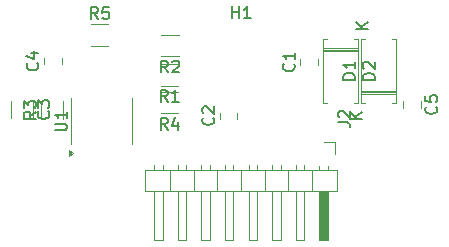
<source format=gbr>
%TF.GenerationSoftware,KiCad,Pcbnew,9.0.4*%
%TF.CreationDate,2025-11-18T22:26:02-03:00*%
%TF.ProjectId,MXRpedal,4d585270-6564-4616-9c2e-6b696361645f,rev?*%
%TF.SameCoordinates,Original*%
%TF.FileFunction,Legend,Top*%
%TF.FilePolarity,Positive*%
%FSLAX46Y46*%
G04 Gerber Fmt 4.6, Leading zero omitted, Abs format (unit mm)*
G04 Created by KiCad (PCBNEW 9.0.4) date 2025-11-18 22:26:02*
%MOMM*%
%LPD*%
G01*
G04 APERTURE LIST*
%ADD10C,0.150000*%
%ADD11C,0.120000*%
G04 APERTURE END LIST*
D10*
X117159819Y-83188094D02*
X116159819Y-83188094D01*
X116159819Y-83188094D02*
X116159819Y-82949999D01*
X116159819Y-82949999D02*
X116207438Y-82807142D01*
X116207438Y-82807142D02*
X116302676Y-82711904D01*
X116302676Y-82711904D02*
X116397914Y-82664285D01*
X116397914Y-82664285D02*
X116588390Y-82616666D01*
X116588390Y-82616666D02*
X116731247Y-82616666D01*
X116731247Y-82616666D02*
X116921723Y-82664285D01*
X116921723Y-82664285D02*
X117016961Y-82711904D01*
X117016961Y-82711904D02*
X117112200Y-82807142D01*
X117112200Y-82807142D02*
X117159819Y-82949999D01*
X117159819Y-82949999D02*
X117159819Y-83188094D01*
X117159819Y-81664285D02*
X117159819Y-82235713D01*
X117159819Y-81949999D02*
X116159819Y-81949999D01*
X116159819Y-81949999D02*
X116302676Y-82045237D01*
X116302676Y-82045237D02*
X116397914Y-82140475D01*
X116397914Y-82140475D02*
X116445533Y-82235713D01*
X117729819Y-86521904D02*
X116729819Y-86521904D01*
X117729819Y-85950476D02*
X117158390Y-86379047D01*
X116729819Y-85950476D02*
X117301247Y-86521904D01*
X90124819Y-85929166D02*
X89648628Y-86262499D01*
X90124819Y-86500594D02*
X89124819Y-86500594D01*
X89124819Y-86500594D02*
X89124819Y-86119642D01*
X89124819Y-86119642D02*
X89172438Y-86024404D01*
X89172438Y-86024404D02*
X89220057Y-85976785D01*
X89220057Y-85976785D02*
X89315295Y-85929166D01*
X89315295Y-85929166D02*
X89458152Y-85929166D01*
X89458152Y-85929166D02*
X89553390Y-85976785D01*
X89553390Y-85976785D02*
X89601009Y-86024404D01*
X89601009Y-86024404D02*
X89648628Y-86119642D01*
X89648628Y-86119642D02*
X89648628Y-86500594D01*
X89124819Y-85595832D02*
X89124819Y-84976785D01*
X89124819Y-84976785D02*
X89505771Y-85310118D01*
X89505771Y-85310118D02*
X89505771Y-85167261D01*
X89505771Y-85167261D02*
X89553390Y-85072023D01*
X89553390Y-85072023D02*
X89601009Y-85024404D01*
X89601009Y-85024404D02*
X89696247Y-84976785D01*
X89696247Y-84976785D02*
X89934342Y-84976785D01*
X89934342Y-84976785D02*
X90029580Y-85024404D01*
X90029580Y-85024404D02*
X90077200Y-85072023D01*
X90077200Y-85072023D02*
X90124819Y-85167261D01*
X90124819Y-85167261D02*
X90124819Y-85452975D01*
X90124819Y-85452975D02*
X90077200Y-85548213D01*
X90077200Y-85548213D02*
X90029580Y-85595832D01*
X115739819Y-86818333D02*
X116454104Y-86818333D01*
X116454104Y-86818333D02*
X116596961Y-86865952D01*
X116596961Y-86865952D02*
X116692200Y-86961190D01*
X116692200Y-86961190D02*
X116739819Y-87104047D01*
X116739819Y-87104047D02*
X116739819Y-87199285D01*
X115835057Y-86389761D02*
X115787438Y-86342142D01*
X115787438Y-86342142D02*
X115739819Y-86246904D01*
X115739819Y-86246904D02*
X115739819Y-86008809D01*
X115739819Y-86008809D02*
X115787438Y-85913571D01*
X115787438Y-85913571D02*
X115835057Y-85865952D01*
X115835057Y-85865952D02*
X115930295Y-85818333D01*
X115930295Y-85818333D02*
X116025533Y-85818333D01*
X116025533Y-85818333D02*
X116168390Y-85865952D01*
X116168390Y-85865952D02*
X116739819Y-86437380D01*
X116739819Y-86437380D02*
X116739819Y-85818333D01*
X101283333Y-85084819D02*
X100950000Y-84608628D01*
X100711905Y-85084819D02*
X100711905Y-84084819D01*
X100711905Y-84084819D02*
X101092857Y-84084819D01*
X101092857Y-84084819D02*
X101188095Y-84132438D01*
X101188095Y-84132438D02*
X101235714Y-84180057D01*
X101235714Y-84180057D02*
X101283333Y-84275295D01*
X101283333Y-84275295D02*
X101283333Y-84418152D01*
X101283333Y-84418152D02*
X101235714Y-84513390D01*
X101235714Y-84513390D02*
X101188095Y-84561009D01*
X101188095Y-84561009D02*
X101092857Y-84608628D01*
X101092857Y-84608628D02*
X100711905Y-84608628D01*
X102235714Y-85084819D02*
X101664286Y-85084819D01*
X101950000Y-85084819D02*
X101950000Y-84084819D01*
X101950000Y-84084819D02*
X101854762Y-84227676D01*
X101854762Y-84227676D02*
X101759524Y-84322914D01*
X101759524Y-84322914D02*
X101664286Y-84370533D01*
X105129580Y-86416666D02*
X105177200Y-86464285D01*
X105177200Y-86464285D02*
X105224819Y-86607142D01*
X105224819Y-86607142D02*
X105224819Y-86702380D01*
X105224819Y-86702380D02*
X105177200Y-86845237D01*
X105177200Y-86845237D02*
X105081961Y-86940475D01*
X105081961Y-86940475D02*
X104986723Y-86988094D01*
X104986723Y-86988094D02*
X104796247Y-87035713D01*
X104796247Y-87035713D02*
X104653390Y-87035713D01*
X104653390Y-87035713D02*
X104462914Y-86988094D01*
X104462914Y-86988094D02*
X104367676Y-86940475D01*
X104367676Y-86940475D02*
X104272438Y-86845237D01*
X104272438Y-86845237D02*
X104224819Y-86702380D01*
X104224819Y-86702380D02*
X104224819Y-86607142D01*
X104224819Y-86607142D02*
X104272438Y-86464285D01*
X104272438Y-86464285D02*
X104320057Y-86416666D01*
X104320057Y-86035713D02*
X104272438Y-85988094D01*
X104272438Y-85988094D02*
X104224819Y-85892856D01*
X104224819Y-85892856D02*
X104224819Y-85654761D01*
X104224819Y-85654761D02*
X104272438Y-85559523D01*
X104272438Y-85559523D02*
X104320057Y-85511904D01*
X104320057Y-85511904D02*
X104415295Y-85464285D01*
X104415295Y-85464285D02*
X104510533Y-85464285D01*
X104510533Y-85464285D02*
X104653390Y-85511904D01*
X104653390Y-85511904D02*
X105224819Y-86083332D01*
X105224819Y-86083332D02*
X105224819Y-85464285D01*
X90254580Y-81791666D02*
X90302200Y-81839285D01*
X90302200Y-81839285D02*
X90349819Y-81982142D01*
X90349819Y-81982142D02*
X90349819Y-82077380D01*
X90349819Y-82077380D02*
X90302200Y-82220237D01*
X90302200Y-82220237D02*
X90206961Y-82315475D01*
X90206961Y-82315475D02*
X90111723Y-82363094D01*
X90111723Y-82363094D02*
X89921247Y-82410713D01*
X89921247Y-82410713D02*
X89778390Y-82410713D01*
X89778390Y-82410713D02*
X89587914Y-82363094D01*
X89587914Y-82363094D02*
X89492676Y-82315475D01*
X89492676Y-82315475D02*
X89397438Y-82220237D01*
X89397438Y-82220237D02*
X89349819Y-82077380D01*
X89349819Y-82077380D02*
X89349819Y-81982142D01*
X89349819Y-81982142D02*
X89397438Y-81839285D01*
X89397438Y-81839285D02*
X89445057Y-81791666D01*
X89683152Y-80934523D02*
X90349819Y-80934523D01*
X89302200Y-81172618D02*
X90016485Y-81410713D01*
X90016485Y-81410713D02*
X90016485Y-80791666D01*
X91184580Y-85891666D02*
X91232200Y-85939285D01*
X91232200Y-85939285D02*
X91279819Y-86082142D01*
X91279819Y-86082142D02*
X91279819Y-86177380D01*
X91279819Y-86177380D02*
X91232200Y-86320237D01*
X91232200Y-86320237D02*
X91136961Y-86415475D01*
X91136961Y-86415475D02*
X91041723Y-86463094D01*
X91041723Y-86463094D02*
X90851247Y-86510713D01*
X90851247Y-86510713D02*
X90708390Y-86510713D01*
X90708390Y-86510713D02*
X90517914Y-86463094D01*
X90517914Y-86463094D02*
X90422676Y-86415475D01*
X90422676Y-86415475D02*
X90327438Y-86320237D01*
X90327438Y-86320237D02*
X90279819Y-86177380D01*
X90279819Y-86177380D02*
X90279819Y-86082142D01*
X90279819Y-86082142D02*
X90327438Y-85939285D01*
X90327438Y-85939285D02*
X90375057Y-85891666D01*
X90279819Y-85558332D02*
X90279819Y-84939285D01*
X90279819Y-84939285D02*
X90660771Y-85272618D01*
X90660771Y-85272618D02*
X90660771Y-85129761D01*
X90660771Y-85129761D02*
X90708390Y-85034523D01*
X90708390Y-85034523D02*
X90756009Y-84986904D01*
X90756009Y-84986904D02*
X90851247Y-84939285D01*
X90851247Y-84939285D02*
X91089342Y-84939285D01*
X91089342Y-84939285D02*
X91184580Y-84986904D01*
X91184580Y-84986904D02*
X91232200Y-85034523D01*
X91232200Y-85034523D02*
X91279819Y-85129761D01*
X91279819Y-85129761D02*
X91279819Y-85415475D01*
X91279819Y-85415475D02*
X91232200Y-85510713D01*
X91232200Y-85510713D02*
X91184580Y-85558332D01*
X111954580Y-81866666D02*
X112002200Y-81914285D01*
X112002200Y-81914285D02*
X112049819Y-82057142D01*
X112049819Y-82057142D02*
X112049819Y-82152380D01*
X112049819Y-82152380D02*
X112002200Y-82295237D01*
X112002200Y-82295237D02*
X111906961Y-82390475D01*
X111906961Y-82390475D02*
X111811723Y-82438094D01*
X111811723Y-82438094D02*
X111621247Y-82485713D01*
X111621247Y-82485713D02*
X111478390Y-82485713D01*
X111478390Y-82485713D02*
X111287914Y-82438094D01*
X111287914Y-82438094D02*
X111192676Y-82390475D01*
X111192676Y-82390475D02*
X111097438Y-82295237D01*
X111097438Y-82295237D02*
X111049819Y-82152380D01*
X111049819Y-82152380D02*
X111049819Y-82057142D01*
X111049819Y-82057142D02*
X111097438Y-81914285D01*
X111097438Y-81914285D02*
X111145057Y-81866666D01*
X112049819Y-80914285D02*
X112049819Y-81485713D01*
X112049819Y-81199999D02*
X111049819Y-81199999D01*
X111049819Y-81199999D02*
X111192676Y-81295237D01*
X111192676Y-81295237D02*
X111287914Y-81390475D01*
X111287914Y-81390475D02*
X111335533Y-81485713D01*
X101283333Y-87434819D02*
X100950000Y-86958628D01*
X100711905Y-87434819D02*
X100711905Y-86434819D01*
X100711905Y-86434819D02*
X101092857Y-86434819D01*
X101092857Y-86434819D02*
X101188095Y-86482438D01*
X101188095Y-86482438D02*
X101235714Y-86530057D01*
X101235714Y-86530057D02*
X101283333Y-86625295D01*
X101283333Y-86625295D02*
X101283333Y-86768152D01*
X101283333Y-86768152D02*
X101235714Y-86863390D01*
X101235714Y-86863390D02*
X101188095Y-86911009D01*
X101188095Y-86911009D02*
X101092857Y-86958628D01*
X101092857Y-86958628D02*
X100711905Y-86958628D01*
X102140476Y-86768152D02*
X102140476Y-87434819D01*
X101902381Y-86387200D02*
X101664286Y-87101485D01*
X101664286Y-87101485D02*
X102283333Y-87101485D01*
X91764819Y-87486904D02*
X92574342Y-87486904D01*
X92574342Y-87486904D02*
X92669580Y-87439285D01*
X92669580Y-87439285D02*
X92717200Y-87391666D01*
X92717200Y-87391666D02*
X92764819Y-87296428D01*
X92764819Y-87296428D02*
X92764819Y-87105952D01*
X92764819Y-87105952D02*
X92717200Y-87010714D01*
X92717200Y-87010714D02*
X92669580Y-86963095D01*
X92669580Y-86963095D02*
X92574342Y-86915476D01*
X92574342Y-86915476D02*
X91764819Y-86915476D01*
X92764819Y-85915476D02*
X92764819Y-86486904D01*
X92764819Y-86201190D02*
X91764819Y-86201190D01*
X91764819Y-86201190D02*
X91907676Y-86296428D01*
X91907676Y-86296428D02*
X92002914Y-86391666D01*
X92002914Y-86391666D02*
X92050533Y-86486904D01*
X124014580Y-85476666D02*
X124062200Y-85524285D01*
X124062200Y-85524285D02*
X124109819Y-85667142D01*
X124109819Y-85667142D02*
X124109819Y-85762380D01*
X124109819Y-85762380D02*
X124062200Y-85905237D01*
X124062200Y-85905237D02*
X123966961Y-86000475D01*
X123966961Y-86000475D02*
X123871723Y-86048094D01*
X123871723Y-86048094D02*
X123681247Y-86095713D01*
X123681247Y-86095713D02*
X123538390Y-86095713D01*
X123538390Y-86095713D02*
X123347914Y-86048094D01*
X123347914Y-86048094D02*
X123252676Y-86000475D01*
X123252676Y-86000475D02*
X123157438Y-85905237D01*
X123157438Y-85905237D02*
X123109819Y-85762380D01*
X123109819Y-85762380D02*
X123109819Y-85667142D01*
X123109819Y-85667142D02*
X123157438Y-85524285D01*
X123157438Y-85524285D02*
X123205057Y-85476666D01*
X123109819Y-84571904D02*
X123109819Y-85048094D01*
X123109819Y-85048094D02*
X123586009Y-85095713D01*
X123586009Y-85095713D02*
X123538390Y-85048094D01*
X123538390Y-85048094D02*
X123490771Y-84952856D01*
X123490771Y-84952856D02*
X123490771Y-84714761D01*
X123490771Y-84714761D02*
X123538390Y-84619523D01*
X123538390Y-84619523D02*
X123586009Y-84571904D01*
X123586009Y-84571904D02*
X123681247Y-84524285D01*
X123681247Y-84524285D02*
X123919342Y-84524285D01*
X123919342Y-84524285D02*
X124014580Y-84571904D01*
X124014580Y-84571904D02*
X124062200Y-84619523D01*
X124062200Y-84619523D02*
X124109819Y-84714761D01*
X124109819Y-84714761D02*
X124109819Y-84952856D01*
X124109819Y-84952856D02*
X124062200Y-85048094D01*
X124062200Y-85048094D02*
X124014580Y-85095713D01*
X106738095Y-78004819D02*
X106738095Y-77004819D01*
X106738095Y-77481009D02*
X107309523Y-77481009D01*
X107309523Y-78004819D02*
X107309523Y-77004819D01*
X108309523Y-78004819D02*
X107738095Y-78004819D01*
X108023809Y-78004819D02*
X108023809Y-77004819D01*
X108023809Y-77004819D02*
X107928571Y-77147676D01*
X107928571Y-77147676D02*
X107833333Y-77242914D01*
X107833333Y-77242914D02*
X107738095Y-77290533D01*
X118824819Y-83213094D02*
X117824819Y-83213094D01*
X117824819Y-83213094D02*
X117824819Y-82974999D01*
X117824819Y-82974999D02*
X117872438Y-82832142D01*
X117872438Y-82832142D02*
X117967676Y-82736904D01*
X117967676Y-82736904D02*
X118062914Y-82689285D01*
X118062914Y-82689285D02*
X118253390Y-82641666D01*
X118253390Y-82641666D02*
X118396247Y-82641666D01*
X118396247Y-82641666D02*
X118586723Y-82689285D01*
X118586723Y-82689285D02*
X118681961Y-82736904D01*
X118681961Y-82736904D02*
X118777200Y-82832142D01*
X118777200Y-82832142D02*
X118824819Y-82974999D01*
X118824819Y-82974999D02*
X118824819Y-83213094D01*
X117920057Y-82260713D02*
X117872438Y-82213094D01*
X117872438Y-82213094D02*
X117824819Y-82117856D01*
X117824819Y-82117856D02*
X117824819Y-81879761D01*
X117824819Y-81879761D02*
X117872438Y-81784523D01*
X117872438Y-81784523D02*
X117920057Y-81736904D01*
X117920057Y-81736904D02*
X118015295Y-81689285D01*
X118015295Y-81689285D02*
X118110533Y-81689285D01*
X118110533Y-81689285D02*
X118253390Y-81736904D01*
X118253390Y-81736904D02*
X118824819Y-82308332D01*
X118824819Y-82308332D02*
X118824819Y-81689285D01*
X118254819Y-78926904D02*
X117254819Y-78926904D01*
X118254819Y-78355476D02*
X117683390Y-78784047D01*
X117254819Y-78355476D02*
X117826247Y-78926904D01*
X101320833Y-82584819D02*
X100987500Y-82108628D01*
X100749405Y-82584819D02*
X100749405Y-81584819D01*
X100749405Y-81584819D02*
X101130357Y-81584819D01*
X101130357Y-81584819D02*
X101225595Y-81632438D01*
X101225595Y-81632438D02*
X101273214Y-81680057D01*
X101273214Y-81680057D02*
X101320833Y-81775295D01*
X101320833Y-81775295D02*
X101320833Y-81918152D01*
X101320833Y-81918152D02*
X101273214Y-82013390D01*
X101273214Y-82013390D02*
X101225595Y-82061009D01*
X101225595Y-82061009D02*
X101130357Y-82108628D01*
X101130357Y-82108628D02*
X100749405Y-82108628D01*
X101701786Y-81680057D02*
X101749405Y-81632438D01*
X101749405Y-81632438D02*
X101844643Y-81584819D01*
X101844643Y-81584819D02*
X102082738Y-81584819D01*
X102082738Y-81584819D02*
X102177976Y-81632438D01*
X102177976Y-81632438D02*
X102225595Y-81680057D01*
X102225595Y-81680057D02*
X102273214Y-81775295D01*
X102273214Y-81775295D02*
X102273214Y-81870533D01*
X102273214Y-81870533D02*
X102225595Y-82013390D01*
X102225595Y-82013390D02*
X101654167Y-82584819D01*
X101654167Y-82584819D02*
X102273214Y-82584819D01*
X95383333Y-78049819D02*
X95050000Y-77573628D01*
X94811905Y-78049819D02*
X94811905Y-77049819D01*
X94811905Y-77049819D02*
X95192857Y-77049819D01*
X95192857Y-77049819D02*
X95288095Y-77097438D01*
X95288095Y-77097438D02*
X95335714Y-77145057D01*
X95335714Y-77145057D02*
X95383333Y-77240295D01*
X95383333Y-77240295D02*
X95383333Y-77383152D01*
X95383333Y-77383152D02*
X95335714Y-77478390D01*
X95335714Y-77478390D02*
X95288095Y-77526009D01*
X95288095Y-77526009D02*
X95192857Y-77573628D01*
X95192857Y-77573628D02*
X94811905Y-77573628D01*
X96288095Y-77049819D02*
X95811905Y-77049819D01*
X95811905Y-77049819D02*
X95764286Y-77526009D01*
X95764286Y-77526009D02*
X95811905Y-77478390D01*
X95811905Y-77478390D02*
X95907143Y-77430771D01*
X95907143Y-77430771D02*
X96145238Y-77430771D01*
X96145238Y-77430771D02*
X96240476Y-77478390D01*
X96240476Y-77478390D02*
X96288095Y-77526009D01*
X96288095Y-77526009D02*
X96335714Y-77621247D01*
X96335714Y-77621247D02*
X96335714Y-77859342D01*
X96335714Y-77859342D02*
X96288095Y-77954580D01*
X96288095Y-77954580D02*
X96240476Y-78002200D01*
X96240476Y-78002200D02*
X96145238Y-78049819D01*
X96145238Y-78049819D02*
X95907143Y-78049819D01*
X95907143Y-78049819D02*
X95811905Y-78002200D01*
X95811905Y-78002200D02*
X95764286Y-77954580D01*
D11*
%TO.C,D1*%
X117705000Y-79730000D02*
X118035000Y-79730000D01*
X117705000Y-84150000D02*
X120645000Y-84150000D01*
X117705000Y-84270000D02*
X120645000Y-84270000D01*
X117705000Y-84390000D02*
X120645000Y-84390000D01*
X117705000Y-85170000D02*
X117705000Y-79730000D01*
X118035000Y-85170000D02*
X117705000Y-85170000D01*
X120315000Y-85170000D02*
X120645000Y-85170000D01*
X120645000Y-79730000D02*
X120315000Y-79730000D01*
X120645000Y-85170000D02*
X120645000Y-79730000D01*
%TO.C,R3*%
X90590000Y-86489564D02*
X90590000Y-85035436D01*
X92410000Y-86489564D02*
X92410000Y-85035436D01*
%TO.C,J2*%
X99390000Y-90890000D02*
X99390000Y-92610000D01*
X99390000Y-92610000D02*
X115610000Y-92610000D01*
X100140000Y-90416856D02*
X100140000Y-90890000D01*
X100140000Y-96810000D02*
X100140000Y-92610000D01*
X100860000Y-90416856D02*
X100860000Y-90890000D01*
X100860000Y-92610000D02*
X100860000Y-96810000D01*
X100860000Y-96810000D02*
X100140000Y-96810000D01*
X101500000Y-90890000D02*
X101500000Y-92610000D01*
X102140000Y-90416856D02*
X102140000Y-90890000D01*
X102140000Y-96810000D02*
X102140000Y-92610000D01*
X102860000Y-90416856D02*
X102860000Y-90890000D01*
X102860000Y-92610000D02*
X102860000Y-96810000D01*
X102860000Y-96810000D02*
X102140000Y-96810000D01*
X103500000Y-90890000D02*
X103500000Y-92610000D01*
X104140000Y-90416856D02*
X104140000Y-90890000D01*
X104140000Y-96810000D02*
X104140000Y-92610000D01*
X104860000Y-90416856D02*
X104860000Y-90890000D01*
X104860000Y-92610000D02*
X104860000Y-96810000D01*
X104860000Y-96810000D02*
X104140000Y-96810000D01*
X105500000Y-90890000D02*
X105500000Y-92610000D01*
X106140000Y-90416856D02*
X106140000Y-90890000D01*
X106140000Y-96810000D02*
X106140000Y-92610000D01*
X106860000Y-90416856D02*
X106860000Y-90890000D01*
X106860000Y-92610000D02*
X106860000Y-96810000D01*
X106860000Y-96810000D02*
X106140000Y-96810000D01*
X107500000Y-90890000D02*
X107500000Y-92610000D01*
X108140000Y-90416856D02*
X108140000Y-90890000D01*
X108140000Y-96810000D02*
X108140000Y-92610000D01*
X108860000Y-90416856D02*
X108860000Y-90890000D01*
X108860000Y-92610000D02*
X108860000Y-96810000D01*
X108860000Y-96810000D02*
X108140000Y-96810000D01*
X109500000Y-90890000D02*
X109500000Y-92610000D01*
X110140000Y-90416856D02*
X110140000Y-90890000D01*
X110140000Y-96810000D02*
X110140000Y-92610000D01*
X110860000Y-90416856D02*
X110860000Y-90890000D01*
X110860000Y-92610000D02*
X110860000Y-96810000D01*
X110860000Y-96810000D02*
X110140000Y-96810000D01*
X111500000Y-90890000D02*
X111500000Y-92610000D01*
X112140000Y-90416856D02*
X112140000Y-90890000D01*
X112140000Y-96810000D02*
X112140000Y-92610000D01*
X112860000Y-90416856D02*
X112860000Y-90890000D01*
X112860000Y-92610000D02*
X112860000Y-96810000D01*
X112860000Y-96810000D02*
X112140000Y-96810000D01*
X113500000Y-90890000D02*
X113500000Y-92610000D01*
X114140000Y-90485000D02*
X114140000Y-90890000D01*
X114500000Y-88500000D02*
X115500000Y-88500000D01*
X114860000Y-90485000D02*
X114860000Y-90890000D01*
X115500000Y-88500000D02*
X115500000Y-89500000D01*
X115610000Y-90890000D02*
X99390000Y-90890000D01*
X115610000Y-92610000D02*
X115610000Y-90890000D01*
X114860000Y-92610000D02*
X114140000Y-92610000D01*
X114140000Y-96810000D01*
X114860000Y-96810000D01*
X114860000Y-92610000D01*
G36*
X114860000Y-92610000D02*
G01*
X114140000Y-92610000D01*
X114140000Y-96810000D01*
X114860000Y-96810000D01*
X114860000Y-92610000D01*
G37*
%TO.C,R1*%
X102177064Y-81890000D02*
X100722936Y-81890000D01*
X102177064Y-83710000D02*
X100722936Y-83710000D01*
%TO.C,C2*%
X105715000Y-86511252D02*
X105715000Y-85988748D01*
X107185000Y-86511252D02*
X107185000Y-85988748D01*
%TO.C,C4*%
X90840000Y-81886252D02*
X90840000Y-81363748D01*
X92310000Y-81886252D02*
X92310000Y-81363748D01*
%TO.C,C3*%
X88065000Y-85013748D02*
X88065000Y-86436252D01*
X89885000Y-85013748D02*
X89885000Y-86436252D01*
%TO.C,C1*%
X112540000Y-81961252D02*
X112540000Y-81438748D01*
X114010000Y-81961252D02*
X114010000Y-81438748D01*
%TO.C,R4*%
X102177064Y-84240000D02*
X100722936Y-84240000D01*
X102177064Y-86060000D02*
X100722936Y-86060000D01*
%TO.C,U1*%
X93150000Y-86725000D02*
X93150000Y-84775000D01*
X93150000Y-86725000D02*
X93150000Y-88675000D01*
X98270000Y-86725000D02*
X98270000Y-84775000D01*
X98270000Y-86725000D02*
X98270000Y-88675000D01*
X93245000Y-89425000D02*
X92915000Y-89665000D01*
X92915000Y-89185000D01*
X93245000Y-89425000D01*
G36*
X93245000Y-89425000D02*
G01*
X92915000Y-89665000D01*
X92915000Y-89185000D01*
X93245000Y-89425000D01*
G37*
%TO.C,C5*%
X121240000Y-85048748D02*
X121240000Y-85571252D01*
X122710000Y-85048748D02*
X122710000Y-85571252D01*
%TO.C,D2*%
X114430000Y-79755000D02*
X114430000Y-85195000D01*
X114430000Y-85195000D02*
X114760000Y-85195000D01*
X114760000Y-79755000D02*
X114430000Y-79755000D01*
X117040000Y-79755000D02*
X117370000Y-79755000D01*
X117370000Y-79755000D02*
X117370000Y-85195000D01*
X117370000Y-80535000D02*
X114430000Y-80535000D01*
X117370000Y-80655000D02*
X114430000Y-80655000D01*
X117370000Y-80775000D02*
X114430000Y-80775000D01*
X117370000Y-85195000D02*
X117040000Y-85195000D01*
%TO.C,R2*%
X102214564Y-79390000D02*
X100760436Y-79390000D01*
X102214564Y-81210000D02*
X100760436Y-81210000D01*
%TO.C,R5*%
X94822936Y-78515000D02*
X96277064Y-78515000D01*
X94822936Y-80335000D02*
X96277064Y-80335000D01*
%TD*%
M02*

</source>
